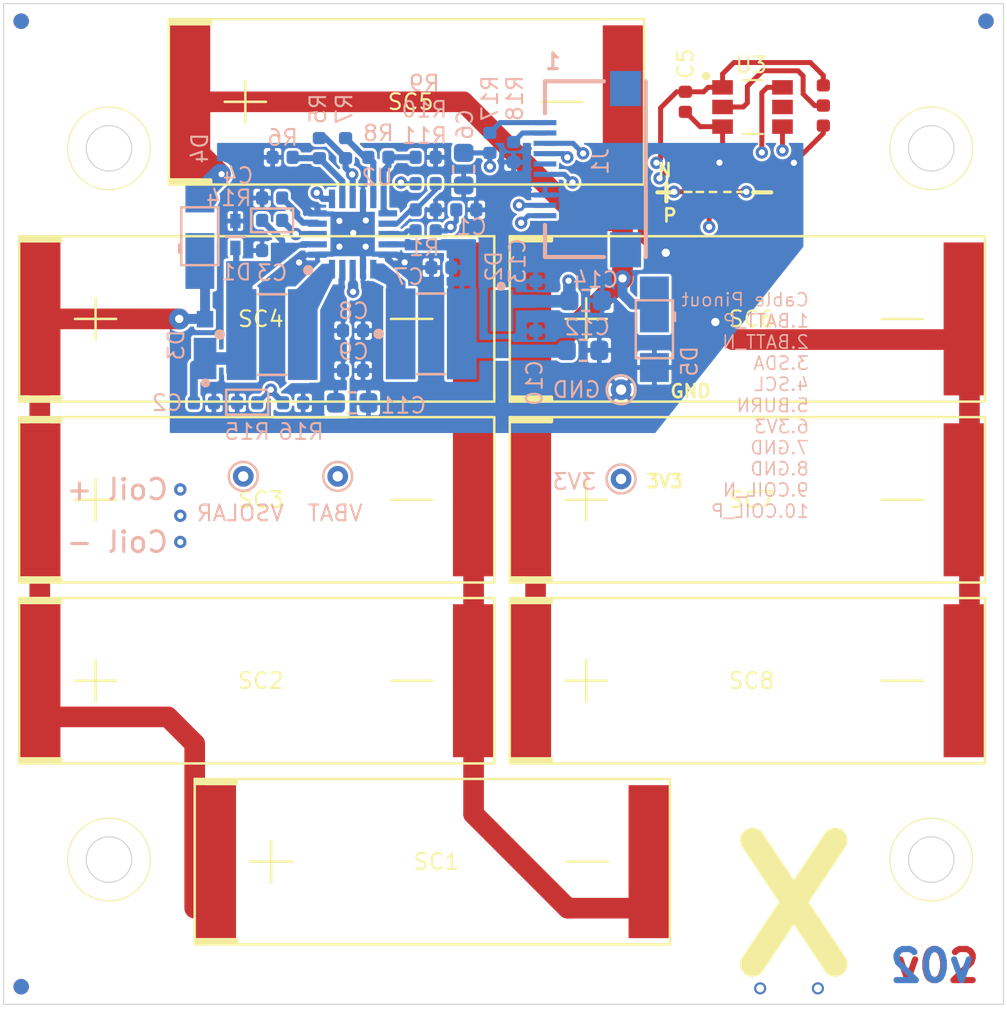
<source format=kicad_pcb>
(kicad_pcb (version 20171130) (host pcbnew 5.0.2-bee76a0~70~ubuntu18.04.1)
  (layers (0 Top signal) (1 In1.Cu signal hide) (2 In2.Cu signal hide) (3 In3.Cu signal hide) (4 In4.Cu signal hide) (31 Bottom signal) (34 B.Paste user hide) (35 F.Paste user hide) (36 B.SilkS user) (37 F.SilkS user) (38 B.Mask user) (39 F.Mask user) (44 Edge.Cuts user))
  (net 0 "")
  (net 1 GND)
  (net 2 +3V3)
  (net 3 SDA1)
  (net 4 SCL1)
  (net 5 "Net-(L1-Pad2)")
  (net 6 VOUT_EN)
  (net 7 VSOLAR)
  (net 8 VBAT_OK)
  (net 9 BATT_N)
  (net 10 BATT_P)
  (net 11 COIL_N)
  (net 12 COIL_P)
  (net 13 "Net-(C4-Pad1)")
  (net 14 "Net-(C10-Pad1)")
  (net 15 "Net-(C11-Pad1)")
  (net 16 "Net-(L2-Pad1)")
  (net 17 "Net-(R10-Pad2)")
  (net 18 "Net-(R5-Pad1)")
  (net 19 "Net-(R7-Pad1)")
  (net 20 "Net-(R8-Pad1)")
  (net 21 "Net-(R10-Pad1)")
  (net 22 "Net-(R14-Pad1)")
  (net 23 "Net-(D4-Pad2)")
  (net 24 "Net-(R12-Pad1)")
  (net 25 /coil)
  (net 26 VBAT)
  (net 27 /VSOLAR_FULL)
  (module Fiducial:Fiducial_0.75mm_Mask1.5mm (layer Bottom) (at 90.85 87.55)
    (fp_text reference REF** hide)
    (fp_text value Fiducial_0.75mm_Mask1.5mm)
    (pad "" smd circle (at 0 0) (size 0.75 0.75) (layers Bottom B.Mask) (clearance 0.375))
  )
  (module Fiducial:Fiducial_0.75mm_Mask1.5mm (layer Bottom) (at 90.85 40.85)
    (fp_text reference REF** hide)
    (fp_text value Fiducial_0.75mm_Mask1.5mm)
    (pad "" smd circle (at 0 0) (size 0.75 0.75) (layers Bottom B.Mask) (clearance 0.375))
  )
  (module Fiducial:Fiducial_0.75mm_Mask1.5mm (layer Bottom) (at 137.55 40.85)
    (fp_text reference REF** hide)
    (fp_text value Fiducial_0.75mm_Mask1.5mm)
    (pad "" smd circle (at 0 0) (size 0.75 0.75) (layers Bottom B.Mask) (clearance 0.375))
  )
  (module Fiducial:Fiducial_0.75mm_Mask1.5mm (layer Top) (at 137.55 40.85)
    (fp_text reference REF** hide)
    (fp_text value Fiducial_0.75mm_Mask1.5mm)
    (pad "" smd circle (at 0 0) (size 0.75 0.75) (layers Top F.Mask) (clearance 0.375))
  )
  (module Fiducial:Fiducial_0.75mm_Mask1.5mm (layer Top) (at 90.85 40.85)
    (fp_text reference REF** hide)
    (fp_text value Fiducial_0.75mm_Mask1.5mm)
    (pad "" smd circle (at 0 0) (size 0.75 0.75) (layers Top F.Mask) (clearance 0.375))
  )
  (module custom-footprints:KXOB25-05X3F (layer Top) (at 100.25 81.5)
    (fp_text reference SC1 (at 10.7 0) (layer F.SilkS) (effects (font (size 0.762 0.762) (thickness 0.1016))))
    (fp_text value SolarCell_Small)
    (pad 2 smd rect (at 21 0) (size 2 7.4) (layers Top F.Paste F.Mask) (net 23 "Net-(D4-Pad2)"))
    (pad 1 smd rect (at 0 0) (size 2 7.4) (layers Top F.Paste F.Mask) (net 27 /VSOLAR_FULL))
  )
  (module custom-footprints:KXOB25-05X3F (layer Top) (at 115.5 72.75)
    (fp_text reference SC8 (at 10.7 0) (layer F.SilkS) (effects (font (size 0.762 0.762) (thickness 0.1016))))
    (fp_text value SolarCell_Small)
    (pad 1 smd rect (at 0 0) (size 2 7.4) (layers Top F.Paste F.Mask) (net 23 "Net-(D4-Pad2)"))
    (pad 2 smd rect (at 21 0) (size 2 7.4) (layers Top F.Paste F.Mask) (net 1 GND))
  )
  (module custom-footprints:KXOB25-05X3F (layer Top) (at 115.5 64)
    (fp_text reference SC7 (at 10.7 0) (layer F.SilkS) (effects (font (size 0.762 0.762) (thickness 0.1016))))
    (fp_text value SolarCell_Small)
    (pad 2 smd rect (at 21 0) (size 2 7.4) (layers Top F.Paste F.Mask) (net 1 GND))
    (pad 1 smd rect (at 0 0) (size 2 7.4) (layers Top F.Paste F.Mask) (net 23 "Net-(D4-Pad2)"))
  )
  (module custom-footprints:KXOB25-05X3F (layer Top) (at 115.5 55.25)
    (fp_text reference SC6 (at 10.7 0) (layer F.SilkS) (effects (font (size 0.762 0.762) (thickness 0.1016))))
    (fp_text value SolarCell_Small)
    (pad 2 smd rect (at 21 0) (size 2 7.4) (layers Top F.Paste F.Mask) (net 1 GND))
    (pad 1 smd rect (at 0 0) (size 2 7.4) (layers Top F.Paste F.Mask) (net 23 "Net-(D4-Pad2)"))
  )
  (module custom-footprints:KXOB25-05X3F (layer Top) (at 99 44.75)
    (fp_text reference SC5 (at 10.7 0) (layer F.SilkS) (effects (font (size 0.762 0.762) (thickness 0.1016))))
    (fp_text value SolarCell_Small)
    (pad 2 smd rect (at 21 0) (size 2 7.4) (layers Top F.Paste F.Mask) (net 1 GND))
    (pad 1 smd rect (at 0 0) (size 2 7.4) (layers Top F.Paste F.Mask) (net 23 "Net-(D4-Pad2)"))
  )
  (module custom-footprints:KXOB25-05X3F (layer Top) (at 91.75 55.25)
    (fp_text reference SC4 (at 10.7 0) (layer F.SilkS) (effects (font (size 0.762 0.762) (thickness 0.1016))))
    (fp_text value SolarCell_Small)
    (pad 2 smd rect (at 21 0) (size 2 7.4) (layers Top F.Paste F.Mask) (net 23 "Net-(D4-Pad2)"))
    (pad 1 smd rect (at 0 0) (size 2 7.4) (layers Top F.Paste F.Mask) (net 27 /VSOLAR_FULL))
  )
  (module custom-footprints:KXOB25-05X3F (layer Top) (at 91.75 64)
    (fp_text reference SC3 (at 10.7 0) (layer F.SilkS) (effects (font (size 0.762 0.762) (thickness 0.1016))))
    (fp_text value SolarCell_Small)
    (pad 2 smd rect (at 21 0) (size 2 7.4) (layers Top F.Paste F.Mask) (net 23 "Net-(D4-Pad2)"))
    (pad 1 smd rect (at 0 0) (size 2 7.4) (layers Top F.Paste F.Mask) (net 27 /VSOLAR_FULL))
  )
  (module custom-footprints:KXOB25-05X3F (layer Top) (at 91.75 72.75)
    (fp_text reference SC2 (at 10.7 0) (layer F.SilkS) (effects (font (size 0.762 0.762) (thickness 0.1016))))
    (fp_text value SolarCell_Small)
    (pad 2 smd rect (at 21 0) (size 2 7.4) (layers Top F.Paste F.Mask) (net 23 "Net-(D4-Pad2)"))
    (pad 1 smd rect (at 0 0) (size 2 7.4) (layers Top F.Paste F.Mask) (net 27 /VSOLAR_FULL))
  )
  (module TestPoint:TestPoint_THTPad_D1.0mm_Drill0.5mm (layer Bottom) (at 101.6 62.865)
    (fp_text reference TP4 hide)
    (fp_text value TP)
    (pad 1 thru_hole circle (at 0 0) (size 1 1) (drill 0.5) (layers *.Cu *.Mask) (net 27 /VSOLAR_FULL))
  )
  (module TestPoint:TestPoint_THTPad_D1.0mm_Drill0.5mm (layer Bottom) (at 106.172 62.865)
    (fp_text reference TP3 hide)
    (fp_text value TP)
    (pad 1 thru_hole circle (at 0 0) (size 1 1) (drill 0.5) (layers *.Cu *.Mask) (net 26 VBAT))
  )
  (module TestPoint:TestPoint_THTPad_D1.0mm_Drill0.5mm (layer Bottom) (at 119.888 58.674)
    (fp_text reference TP2 hide)
    (fp_text value TP)
    (pad 1 thru_hole circle (at 0 0) (size 1 1) (drill 0.5) (layers *.Cu *.Mask) (net 1 GND))
  )
  (module TestPoint:TestPoint_THTPad_D1.0mm_Drill0.5mm (layer Bottom) (at 119.888 62.992)
    (fp_text reference TP1 hide)
    (fp_text value TP)
    (pad 1 thru_hole circle (at 0 0) (size 1 1) (drill 0.5) (layers *.Cu *.Mask) (net 2 +3V3))
  )
  (module custom-footprints:TSL2561 (layer Top) (at 126.25 45)
    (fp_text reference U3 (at -0.0635 -2.032) (layer F.SilkS) (effects (font (size 0.762 0.762) (thickness 0.1016))))
    (fp_text value TSL2561 hide)
    (pad 6 smd rect (at 1.45 -0.95 90) (size 0.7 1) (layers Top F.Paste F.Mask) (net 3 SDA1))
    (pad 5 smd rect (at 1.45 0 90) (size 0.7 1) (layers Top F.Paste F.Mask))
    (pad 4 smd rect (at 1.45 0.95 90) (size 0.7 1) (layers Top F.Paste F.Mask) (net 4 SCL1))
    (pad 3 smd rect (at -1.45 0.95 90) (size 0.7 1) (layers Top F.Paste F.Mask) (net 1 GND))
    (pad 2 smd rect (at -1.45 0 90) (size 0.7 1) (layers Top F.Paste F.Mask) (net 24 "Net-(R12-Pad1)"))
    (pad 1 smd rect (at -1.45 -0.95 90) (size 0.7 1) (layers Top F.Paste F.Mask) (net 2 +3V3))
  )
  (module Capacitor_SMD:C_0603_1608Metric (layer Bottom) (at 112.268 48.006 270)
    (fp_text reference C6 (at -2.159 -0.0635 270) (layer B.SilkS) (effects (font (size 0.762 0.762) (thickness 0.1016)) (justify mirror)))
    (fp_text value 100uF)
    (pad 1 smd roundrect (at -0.7875 0 270) (size 0.875 0.95) (layers Bottom B.Paste B.Mask) (net 26 VBAT))
    (pad 2 smd roundrect (at 0.7875 0 270) (size 0.875 0.95) (layers Bottom B.Paste B.Mask) (net 1 GND))
  )
  (module Capacitor_SMD:C_0402_1005Metric (layer Bottom) (at 106.91366 57.748656)
    (fp_text reference C9 (at 0.02034 -0.916156) (layer B.SilkS) (effects (font (size 0.762 0.762) (thickness 0.1016)) (justify mirror)))
    (fp_text value 0.1uF)
    (pad 2 smd roundrect (at 0.485 0) (size 0.59 0.64) (layers Bottom B.Paste B.Mask) (net 1 GND))
    (pad 1 smd roundrect (at -0.485 0) (size 0.59 0.64) (layers Bottom B.Paste B.Mask) (net 15 "Net-(C11-Pad1)"))
  )
  (module Capacitor_SMD:C_0603_1608Metric (layer Bottom) (at 118.1735 54.356)
    (fp_text reference C14 (at 0.4765 -1.006 180) (layer B.SilkS) (effects (font (size 0.762 0.762) (thickness 0.1016)) (justify mirror)))
    (fp_text value 100uF)
    (pad 2 smd roundrect (at 0.7875 0) (size 0.875 0.95) (layers Bottom B.Paste B.Mask) (net 1 GND))
    (pad 1 smd roundrect (at -0.7875 0) (size 0.875 0.95) (layers Bottom B.Paste B.Mask) (net 2 +3V3))
  )
  (module misc-circuits:SOD523 (layer Bottom) (at 101.219 51.216 90)
    (fp_text reference D1 (at -1.334 -0.769 180) (layer B.SilkS) (effects (font (size 0.762 0.762) (thickness 0.1016)) (justify right top mirror)))
    (fp_text value SDM20U40-7)
    (pad A smd rect (at 0.7 0 90) (size 0.7 0.5) (layers Bottom B.Paste B.Mask) (net 1 GND))
    (pad C smd rect (at -0.6 0 90) (size 0.7 0.5) (layers Bottom B.Paste B.Mask) (net 7 VSOLAR))
  )
  (module misc-circuits:QFN50P350X350X100-21N-D (layer Bottom) (at 106.89366 51.144656)
    (fp_text reference U2 (at 1.18334 -2.757656) (layer B.SilkS) (effects (font (size 0.762 0.762) (thickness 0.1016)) (justify mirror)))
    (fp_text value Value hide)
    (pad 1 smd rect (at -1.7 1 270) (size 0.3 0.9) (layers Bottom B.Paste B.Mask) (net 1 GND))
    (pad 2 smd rect (at -1.7 0.5 270) (size 0.3 0.9) (layers Bottom B.Paste B.Mask) (net 7 VSOLAR))
    (pad 3 smd rect (at -1.7 0 270) (size 0.3 0.9) (layers Bottom B.Paste B.Mask) (net 22 "Net-(R14-Pad1)"))
    (pad 4 smd rect (at -1.7 -0.5 270) (size 0.3 0.9) (layers Bottom B.Paste B.Mask) (net 13 "Net-(C4-Pad1)"))
    (pad 5 smd rect (at -1.7 -1 270) (size 0.3 0.9) (layers Bottom B.Paste B.Mask) (net 1 GND))
    (pad 6 smd rect (at -1 -1.7) (size 0.3 0.9) (layers Bottom B.Paste B.Mask) (net 6 VOUT_EN))
    (pad 7 smd rect (at -0.5 -1.7) (size 0.3 0.9) (layers Bottom B.Paste B.Mask) (net 18 "Net-(R5-Pad1)"))
    (pad 8 smd rect (at 0 -1.7) (size 0.3 0.9) (layers Bottom B.Paste B.Mask) (net 17 "Net-(R10-Pad2)"))
    (pad 9 smd rect (at 0.5 -1.7) (size 0.3 0.9) (layers Bottom B.Paste B.Mask) (net 1 GND))
    (pad 10 smd rect (at 1 -1.7) (size 0.3 0.9) (layers Bottom B.Paste B.Mask) (net 19 "Net-(R7-Pad1)"))
    (pad 11 smd rect (at 1.7 -1 270) (size 0.3 0.9) (layers Bottom B.Paste B.Mask) (net 20 "Net-(R8-Pad1)"))
    (pad 12 smd rect (at 1.7 -0.5 270) (size 0.3 0.9) (layers Bottom B.Paste B.Mask) (net 21 "Net-(R10-Pad1)"))
    (pad 13 smd rect (at 1.7 0 270) (size 0.3 0.9) (layers Bottom B.Paste B.Mask) (net 8 VBAT_OK))
    (pad 14 smd rect (at 1.7 0.5 270) (size 0.3 0.9) (layers Bottom B.Paste B.Mask) (net 14 "Net-(C10-Pad1)"))
    (pad 15 smd rect (at 1.7 1 270) (size 0.3 0.9) (layers Bottom B.Paste B.Mask) (net 1 GND))
    (pad 16 smd rect (at 1 1.7) (size 0.3 0.9) (layers Bottom B.Paste B.Mask) (net 16 "Net-(L2-Pad1)"))
    (pad 17 smd rect (at 0.5 1.7) (size 0.3 0.9) (layers Bottom B.Paste B.Mask) (net 1 GND))
    (pad 18 smd rect (at 0 1.7) (size 0.3 0.9) (layers Bottom B.Paste B.Mask) (net 26 VBAT))
    (pad 19 smd rect (at -0.5 1.7) (size 0.3 0.9) (layers Bottom B.Paste B.Mask) (net 15 "Net-(C11-Pad1)"))
    (pad 20 smd rect (at -1 1.7) (size 0.3 0.9) (layers Bottom B.Paste B.Mask) (net 5 "Net-(L1-Pad2)"))
    (pad 21 smd rect (at 0 0) (size 2.15 2.15) (layers Bottom B.Paste B.Mask) (net 1 GND))
  )
  (module Resistor_SMD:R_0402_1005Metric (layer Top) (at 124.6215 48.411 180)
    (fp_text reference R19 hide)
    (fp_text value 0)
    (pad 2 smd roundrect (at 0.485 0 180) (size 0.59 0.64) (layers Top F.Paste F.Mask) (net 11 COIL_N))
    (pad 1 smd roundrect (at -0.485 0 180) (size 0.59 0.64) (layers Top F.Paste F.Mask) (net 25 /coil))
  )
  (module Resistor_SMD:R_0402_1005Metric (layer Top) (at 123.65122 48.411 180)
    (fp_text reference R4 hide)
    (fp_text value 0)
    (pad 2 smd roundrect (at 0.485 0 180) (size 0.59 0.64) (layers Top F.Paste F.Mask) (net 25 /coil))
    (pad 1 smd roundrect (at -0.485 0 180) (size 0.59 0.64) (layers Top F.Paste F.Mask) (net 11 COIL_N))
  )
  (module Resistor_SMD:R_0402_1005Metric (layer Top) (at 124.6215 49.808 180)
    (fp_text reference R3 hide)
    (fp_text value 0)
    (pad 2 smd roundrect (at 0.485 0 180) (size 0.59 0.64) (layers Top F.Paste F.Mask) (net 12 COIL_P))
    (pad 1 smd roundrect (at -0.485 0 180) (size 0.59 0.64) (layers Top F.Paste F.Mask) (net 25 /coil))
  )
  (module Resistor_SMD:R_0402_1005Metric (layer Top) (at 123.65122 49.808 180)
    (fp_text reference R2 hide)
    (fp_text value 0)
    (pad 2 smd roundrect (at 0.485 0 180) (size 0.59 0.64) (layers Top F.Paste F.Mask) (net 25 /coil))
    (pad 1 smd roundrect (at -0.485 0 180) (size 0.59 0.64) (layers Top F.Paste F.Mask) (net 12 COIL_P))
  )
  (module custom-footprints:MICROSMP (layer Bottom) (at 99.75 56.515 90)
    (fp_text reference D3 (at 0 -1.397 270) (layer B.SilkS) (effects (font (size 0.762 0.762) (thickness 0.1016)) (justify mirror)))
    (fp_text value MSS1P4-M3_89A hide)
    (pad 1 smd rect (at -0.65 0) (size 1.1 2) (layers Bottom B.Paste B.Mask) (net 7 VSOLAR))
    (pad 2 smd rect (at 1.25 0) (size 0.8 0.8) (layers Bottom B.Paste B.Mask) (net 27 /VSOLAR_FULL))
  )
  (module Resistor_SMD:R_0402_1005Metric (layer Top) (at 129.677 45.416 90)
    (fp_text reference R13 hide)
    (fp_text value 0)
    (pad 2 smd roundrect (at 0.485 0 90) (size 0.59 0.64) (layers Top F.Paste F.Mask) (net 24 "Net-(R12-Pad1)"))
    (pad 1 smd roundrect (at -0.485 0 90) (size 0.59 0.64) (layers Top F.Paste F.Mask) (net 1 GND))
  )
  (module Resistor_SMD:R_0402_1005Metric (layer Top) (at 129.677 44.4405 90)
    (fp_text reference R12 hide)
    (fp_text value 0)
    (pad 2 smd roundrect (at 0.485 0 90) (size 0.59 0.64) (layers Top F.Paste F.Mask) (net 2 +3V3))
    (pad 1 smd roundrect (at -0.485 0 90) (size 0.59 0.64) (layers Top F.Paste F.Mask) (net 24 "Net-(R12-Pad1)"))
  )
  (module Capacitor_SMD:C_0402_1005Metric (layer Top) (at 123 44.75 90)
    (fp_text reference C5 (at 1.8415 0 90) (layer F.SilkS) (effects (font (size 0.762 0.762) (thickness 0.1016))))
    (fp_text value 0.1uF)
    (pad 2 smd roundrect (at 0.485 0 90) (size 0.59 0.64) (layers Top F.Paste F.Mask) (net 2 +3V3))
    (pad 1 smd roundrect (at -0.485 0 90) (size 0.59 0.64) (layers Top F.Paste F.Mask) (net 1 GND))
  )
  (module "SolarCellParts:SB Diode" (layer Bottom) (at 99.5 51.25 90)
    (fp_text reference D4 (at 4.25 0 90) (layer B.SilkS) (effects (font (size 0.762 0.762) (thickness 0.1016)) (justify mirror)))
    (fp_text value SBDiode)
    (pad 2 smd rect (at 1.85 0 90) (size 1.4 1.4) (layers Bottom B.Paste B.Mask) (net 23 "Net-(D4-Pad2)"))
    (pad 1 smd rect (at -1.2 0 90) (size 2.7 1.4) (layers Bottom B.Paste B.Mask) (net 27 /VSOLAR_FULL))
  )
  (module "SolarCellParts:SB Diode" (layer Bottom) (at 121.5 55.75 270)
    (fp_text reference D5 (at 1.55 -1.7 270) (layer B.SilkS) (effects (font (size 0.762 0.762) (thickness 0.1016)) (justify mirror)))
    (fp_text value SBDiode)
    (pad 2 smd rect (at 1.85 0 270) (size 1.4 1.4) (layers Bottom B.Paste B.Mask) (net 1 GND))
    (pad 1 smd rect (at -1.2 0 270) (size 2.7 1.4) (layers Bottom B.Paste B.Mask) (net 23 "Net-(D4-Pad2)"))
  )
  (module custom-footprints:MICROSMP (layer Bottom) (at 114.1095 55.499 270)
    (fp_text reference D2 (at -2.794 0.381 270) (layer B.SilkS) (effects (font (size 0.762 0.762) (thickness 0.1016)) (justify mirror)))
    (fp_text value MSS1P4-M3_89A hide)
    (pad 2 smd rect (at 1.25 0 180) (size 0.8 0.8) (layers Bottom B.Paste B.Mask) (net 14 "Net-(C10-Pad1)"))
    (pad 1 smd rect (at -0.65 0 180) (size 1.1 2) (layers Bottom B.Paste B.Mask) (net 2 +3V3))
  )
  (module Resistor_SMD:R_0402_1005Metric (layer Bottom) (at 103.505 47.4345)
    (fp_text reference R6 (at 0 -0.9525 180) (layer B.SilkS) (effects (font (size 0.762 0.762) (thickness 0.1016)) (justify mirror)))
    (fp_text value 5.62M)
    (pad 2 smd roundrect (at 0.485 0) (size 0.59 0.64) (layers Bottom B.Paste B.Mask) (net 18 "Net-(R5-Pad1)"))
    (pad 1 smd roundrect (at -0.485 0) (size 0.59 0.64) (layers Bottom B.Paste B.Mask) (net 1 GND))
  )
  (module Resistor_SMD:R_0402_1005Metric (layer Bottom) (at 105.283 46.99 90)
    (fp_text reference R5 (at 1.905 -0.0635 270) (layer B.SilkS) (effects (font (size 0.762 0.762) (thickness 0.1016)) (justify mirror)))
    (fp_text value 7.32M)
    (pad 2 smd roundrect (at 0.485 0 90) (size 0.59 0.64) (layers Bottom B.Paste B.Mask) (net 17 "Net-(R10-Pad2)"))
    (pad 1 smd roundrect (at -0.485 0 90) (size 0.59 0.64) (layers Bottom B.Paste B.Mask) (net 18 "Net-(R5-Pad1)"))
  )
  (module Resistor_SMD:R_0402_1005Metric (layer Bottom) (at 104.013 59.309 180)
    (fp_text reference R16 (at -0.381 -1.397) (layer B.SilkS) (effects (font (size 0.762 0.762) (thickness 0.1016)) (justify mirror)))
    (fp_text value 0)
    (pad 2 smd roundrect (at 0.485 0 180) (size 0.59 0.64) (layers Bottom B.Paste B.Mask) (net 22 "Net-(R14-Pad1)"))
    (pad 1 smd roundrect (at -0.485 0 180) (size 0.59 0.64) (layers Bottom B.Paste B.Mask) (net 15 "Net-(C11-Pad1)"))
  )
  (module Capacitor_SMD:C_0402_1005Metric (layer Bottom) (at 106.91366 55.8165)
    (fp_text reference C8 (at 0.02034 -0.9525) (layer B.SilkS) (effects (font (size 0.762 0.762) (thickness 0.1016)) (justify mirror)))
    (fp_text value 4.7uF)
    (pad 2 smd roundrect (at 0.485 0) (size 0.59 0.64) (layers Bottom B.Paste B.Mask) (net 1 GND))
    (pad 1 smd roundrect (at -0.485 0) (size 0.59 0.64) (layers Bottom B.Paste B.Mask) (net 15 "Net-(C11-Pad1)"))
  )
  (module custom-footprints:XF2M-1015-1A (layer Bottom) (at 116.205 48.006 270)
    (fp_text reference J1 (at -0.37186 -2.68404 90) (layer B.SilkS) (effects (font (size 0.762 0.762) (thickness 0.1016)) (justify mirror)))
    (fp_text value XF2M-1015-1A hide)
    (pad 1 smd rect (at -2.25 0 270) (size 0.25 1.1) (layers Bottom B.Paste B.Mask) (net 10 BATT_P))
    (pad 2 smd rect (at -1.75 0 270) (size 0.25 1.1) (layers Bottom B.Paste B.Mask) (net 9 BATT_N))
    (pad 3 smd rect (at -1.25 0 270) (size 0.25 1.1) (layers Bottom B.Paste B.Mask) (net 3 SDA1))
    (pad 4 smd rect (at -0.75 0 270) (size 0.25 1.1) (layers Bottom B.Paste B.Mask) (net 4 SCL1))
    (pad 5 smd rect (at -0.25 0 270) (size 0.25 1.1) (layers Bottom B.Paste B.Mask))
    (pad 6 smd rect (at 0.25 0 270) (size 0.25 1.1) (layers Bottom B.Paste B.Mask) (net 2 +3V3))
    (pad 7 smd rect (at 0.75 0 270) (size 0.25 1.1) (layers Bottom B.Paste B.Mask) (net 1 GND))
    (pad 8 smd rect (at 1.25 0 270) (size 0.25 1.1) (layers Bottom B.Paste B.Mask) (net 1 GND))
    (pad 9 smd rect (at 1.75 0 270) (size 0.25 1.1) (layers Bottom B.Paste B.Mask) (net 11 COIL_N))
    (pad 10 smd rect (at 2.25 0 270) (size 0.25 1.1) (layers Bottom B.Paste B.Mask) (net 12 COIL_P))
    (pad 11 smd rect (at -3.9 -3.9 180) (size 1.5 1.7) (layers Bottom B.Paste B.Mask))
    (pad 12 smd rect (at 3.9 -3.9 180) (size 1.5 1.7) (layers Bottom B.Paste B.Mask))
  )
  (module Capacitor_SMD:C_0603_1608Metric (layer Bottom) (at 118.0465 56.769)
    (fp_text reference C12 (at 0.2035 -1.119 180) (layer B.SilkS) (effects (font (size 0.762 0.762) (thickness 0.1016)) (justify mirror)))
    (fp_text value 100uF)
    (pad 2 smd roundrect (at 0.7875 0) (size 0.875 0.95) (layers Bottom B.Paste B.Mask) (net 1 GND))
    (pad 1 smd roundrect (at -0.7875 0) (size 0.875 0.95) (layers Bottom B.Paste B.Mask) (net 14 "Net-(C10-Pad1)"))
  )
  (module Capacitor_SMD:C_0402_1005Metric (layer Bottom) (at 115.7605 53.9115 90)
    (fp_text reference C13 (at 1.4605 -0.889 90) (layer B.SilkS) (effects (font (size 0.762 0.762) (thickness 0.1016)) (justify mirror)))
    (fp_text value 0.1uF)
    (pad 2 smd roundrect (at 0.485 0 90) (size 0.59 0.64) (layers Bottom B.Paste B.Mask) (net 1 GND))
    (pad 1 smd roundrect (at -0.485 0 90) (size 0.59 0.64) (layers Bottom B.Paste B.Mask) (net 2 +3V3))
  )
  (module Resistor_SMD:R_0402_1005Metric (layer Bottom) (at 106.553 46.99 270)
    (fp_text reference R7 (at -1.905 0.0635 270) (layer B.SilkS) (effects (font (size 0.762 0.762) (thickness 0.1016)) (justify mirror)))
    (fp_text value 374K)
    (pad 2 smd roundrect (at 0.485 0 270) (size 0.59 0.64) (layers Bottom B.Paste B.Mask) (net 17 "Net-(R10-Pad2)"))
    (pad 1 smd roundrect (at -0.485 0 270) (size 0.59 0.64) (layers Bottom B.Paste B.Mask) (net 19 "Net-(R7-Pad1)"))
  )
  (module Resistor_SMD:R_0402_1005Metric (layer Bottom) (at 110.4265 49.9745 180)
    (fp_text reference R11 (at 0.0635 3.583) (layer B.SilkS) (effects (font (size 0.762 0.762) (thickness 0.1016)) (justify mirror)))
    (fp_text value 4.75M)
    (pad 2 smd roundrect (at 0.485 0 180) (size 0.59 0.64) (layers Bottom B.Paste B.Mask) (net 21 "Net-(R10-Pad1)"))
    (pad 1 smd roundrect (at -0.485 0 180) (size 0.59 0.64) (layers Bottom B.Paste B.Mask) (net 1 GND))
  )
  (module Resistor_SMD:R_0402_1005Metric (layer Bottom) (at 110.4265 47.4345 180)
    (fp_text reference R9 (at 0.0635 3.583) (layer B.SilkS) (effects (font (size 0.762 0.762) (thickness 0.1016)) (justify mirror)))
    (fp_text value 4.53M)
    (pad 2 smd roundrect (at 0.485 0 180) (size 0.59 0.64) (layers Bottom B.Paste B.Mask) (net 20 "Net-(R8-Pad1)"))
    (pad 1 smd roundrect (at -0.485 0 180) (size 0.59 0.64) (layers Bottom B.Paste B.Mask) (net 1 GND))
  )
  (module Resistor_SMD:R_0402_1005Metric (layer Bottom) (at 110.4265 48.7045 180)
    (fp_text reference R10 (at 0.0635 3.583) (layer B.SilkS) (effects (font (size 0.762 0.762) (thickness 0.1016)) (justify mirror)))
    (fp_text value 8.25M)
    (pad 2 smd roundrect (at 0.485 0 180) (size 0.59 0.64) (layers Bottom B.Paste B.Mask) (net 17 "Net-(R10-Pad2)"))
    (pad 1 smd roundrect (at -0.485 0 180) (size 0.59 0.64) (layers Bottom B.Paste B.Mask) (net 21 "Net-(R10-Pad1)"))
  )
  (module Resistor_SMD:R_0402_1005Metric (layer Bottom) (at 108.1405 47.4345 180)
    (fp_text reference R8 (at 0 1.17) (layer B.SilkS) (effects (font (size 0.762 0.762) (thickness 0.1016)) (justify mirror)))
    (fp_text value 8.25M)
    (pad 2 smd roundrect (at 0.485 0 180) (size 0.59 0.64) (layers Bottom B.Paste B.Mask) (net 19 "Net-(R7-Pad1)"))
    (pad 1 smd roundrect (at -0.485 0 180) (size 0.59 0.64) (layers Bottom B.Paste B.Mask) (net 20 "Net-(R8-Pad1)"))
  )
  (module Resistor_SMD:R_0402_1005Metric (layer Bottom) (at 102.997 50.4825 180)
    (fp_text reference R14 (at 2.0955 1.0795) (layer B.SilkS) (effects (font (size 0.762 0.762) (thickness 0.1016)) (justify mirror)))
    (fp_text value 0)
    (pad 2 smd roundrect (at 0.485 0 180) (size 0.59 0.64) (layers Bottom B.Paste B.Mask) (net 7 VSOLAR))
    (pad 1 smd roundrect (at -0.485 0 180) (size 0.59 0.64) (layers Bottom B.Paste B.Mask) (net 22 "Net-(R14-Pad1)"))
  )
  (module Resistor_SMD:R_0402_1005Metric (layer Bottom) (at 101.7905 59.309)
    (fp_text reference R15 (at 0 1.397 180) (layer B.SilkS) (effects (font (size 0.762 0.762) (thickness 0.1016)) (justify mirror)))
    (fp_text value 0)
    (pad 2 smd roundrect (at 0.485 0) (size 0.59 0.64) (layers Bottom B.Paste B.Mask) (net 22 "Net-(R14-Pad1)"))
    (pad 1 smd roundrect (at -0.485 0) (size 0.59 0.64) (layers Bottom B.Paste B.Mask) (net 1 GND))
  )
  (module Resistor_SMD:R_0402_1005Metric (layer Bottom) (at 113.538 46.736 270)
    (fp_text reference R17 (at -2.159 0 90) (layer B.SilkS) (effects (font (size 0.762 0.762) (thickness 0.1016)) (justify mirror)))
    (fp_text value 0)
    (pad 1 smd roundrect (at -0.485 0 270) (size 0.59 0.64) (layers Bottom B.Paste B.Mask) (net 10 BATT_P))
    (pad 2 smd roundrect (at 0.485 0 270) (size 0.59 0.64) (layers Bottom B.Paste B.Mask) (net 26 VBAT))
  )
  (module Resistor_SMD:R_0402_1005Metric (layer Bottom) (at 114.681 47.1805 270)
    (fp_text reference R18 (at -2.6035 -0.0635 270) (layer B.SilkS) (effects (font (size 0.762 0.762) (thickness 0.1016)) (justify mirror)))
    (fp_text value 0)
    (pad 2 smd roundrect (at 0.485 0 270) (size 0.59 0.64) (layers Bottom B.Paste B.Mask) (net 1 GND))
    (pad 1 smd roundrect (at -0.485 0 270) (size 0.59 0.64) (layers Bottom B.Paste B.Mask) (net 9 BATT_N))
  )
  (module Resistor_SMD:R_0402_1005Metric (layer Bottom) (at 110.4265 50.9905)
    (fp_text reference R1 (at -0.0635 0.8255) (layer B.SilkS) (effects (font (size 0.762 0.762) (thickness 0.1016)) (justify mirror)))
    (fp_text value 0)
    (pad 2 smd roundrect (at 0.485 0) (size 0.59 0.64) (layers Bottom B.Paste B.Mask) (net 6 VOUT_EN))
    (pad 1 smd roundrect (at -0.485 0) (size 0.59 0.64) (layers Bottom B.Paste B.Mask) (net 8 VBAT_OK))
  )
  (module misc-circuits:LPS4018 (layer Bottom) (at 110.69574 55.97398)
    (fp_text reference L2 hide)
    (fp_text value 10uH-LPS4018-103MR hide)
    (pad 2 smd rect (at 1.47955 0) (size 1.4351 4.3942) (layers Bottom B.Paste B.Mask) (net 14 "Net-(C10-Pad1)"))
    (pad 1 smd rect (at -1.47955 0) (size 1.4351 4.3942) (layers Bottom B.Paste B.Mask) (net 16 "Net-(L2-Pad1)"))
  )
  (module misc-circuits:LPS4018 (layer Bottom) (at 103 56.007)
    (fp_text reference L1 hide)
    (fp_text value 22uH-LPS4018-223MR hide)
    (pad 1 smd rect (at -1.47955 0) (size 1.4351 4.3942) (layers Bottom B.Paste B.Mask) (net 7 VSOLAR))
    (pad 2 smd rect (at 1.47955 0) (size 1.4351 4.3942) (layers Bottom B.Paste B.Mask) (net 5 "Net-(L1-Pad2)"))
  )
  (module Capacitor_SMD:C_0603_1608Metric (layer Bottom) (at 106.8705 59.309)
    (fp_text reference C11 (at 2.4765 0.127) (layer B.SilkS) (effects (font (size 0.762 0.762) (thickness 0.1016)) (justify mirror)))
    (fp_text value 100uF)
    (pad 2 smd roundrect (at 0.7875 0) (size 0.875 0.95) (layers Bottom B.Paste B.Mask) (net 1 GND))
    (pad 1 smd roundrect (at -0.7875 0) (size 0.875 0.95) (layers Bottom B.Paste B.Mask) (net 15 "Net-(C11-Pad1)"))
  )
  (module Capacitor_SMD:C_0402_1005Metric (layer Bottom) (at 111.1885 52.7685 180)
    (fp_text reference C7 (at 1.5875 -0.4445) (layer B.SilkS) (effects (font (size 0.762 0.762) (thickness 0.1016)) (justify mirror)))
    (fp_text value 22uF)
    (pad 2 smd roundrect (at 0.485 0 180) (size 0.59 0.64) (layers Bottom B.Paste B.Mask) (net 1 GND))
    (pad 1 smd roundrect (at -0.485 0 180) (size 0.59 0.64) (layers Bottom B.Paste B.Mask) (net 14 "Net-(C10-Pad1)"))
  )
  (module Capacitor_SMD:C_0402_1005Metric (layer Bottom) (at 102.997 49.403 180)
    (fp_text reference C4 (at 1.651 1.0795) (layer B.SilkS) (effects (font (size 0.762 0.762) (thickness 0.1016)) (justify mirror)))
    (fp_text value 10nF)
    (pad 2 smd roundrect (at 0.485 0 180) (size 0.59 0.64) (layers Bottom B.Paste B.Mask) (net 1 GND))
    (pad 1 smd roundrect (at -0.485 0 180) (size 0.59 0.64) (layers Bottom B.Paste B.Mask) (net 13 "Net-(C4-Pad1)"))
  )
  (module Capacitor_SMD:C_0402_1005Metric (layer Bottom) (at 99.695 59.309)
    (fp_text reference C2 (at -1.778 0 180) (layer B.SilkS) (effects (font (size 0.762 0.762) (thickness 0.1016)) (justify mirror)))
    (fp_text value 0.1uF)
    (pad 2 smd roundrect (at 0.485 0) (size 0.59 0.64) (layers Bottom B.Paste B.Mask) (net 1 GND))
    (pad 1 smd roundrect (at -0.485 0) (size 0.59 0.64) (layers Bottom B.Paste B.Mask) (net 7 VSOLAR))
  )
  (module Capacitor_SMD:C_0402_1005Metric (layer Bottom) (at 115.7605 56.3245 90)
    (fp_text reference C10 (at -2.0255 -0.0605 270) (layer B.SilkS) (effects (font (size 0.762 0.762) (thickness 0.1016)) (justify mirror)))
    (fp_text value 0.1uF)
    (pad 2 smd roundrect (at 0.485 0 90) (size 0.59 0.64) (layers Bottom B.Paste B.Mask) (net 1 GND))
    (pad 1 smd roundrect (at -0.485 0 90) (size 0.59 0.64) (layers Bottom B.Paste B.Mask) (net 14 "Net-(C10-Pad1)"))
  )
  (module Capacitor_SMD:C_0402_1005Metric (layer Bottom) (at 102.997 51.943 180)
    (fp_text reference C3 (at 0 -1.0795) (layer B.SilkS) (effects (font (size 0.762 0.762) (thickness 0.1016)) (justify mirror)))
    (fp_text value 4.7uF)
    (pad 2 smd roundrect (at 0.485 0 180) (size 0.59 0.64) (layers Bottom B.Paste B.Mask) (net 1 GND))
    (pad 1 smd roundrect (at -0.485 0 180) (size 0.59 0.64) (layers Bottom B.Paste B.Mask) (net 7 VSOLAR))
  )
  (module Capacitor_SMD:C_0402_1005Metric (layer Bottom) (at 112.395 49.9745)
    (fp_text reference C1 (at 0.255 0.8255) (layer B.SilkS) (effects (font (size 0.762 0.762) (thickness 0.1016)) (justify mirror)))
    (fp_text value 1.0uF)
    (pad 2 smd roundrect (at 0.485 0) (size 0.59 0.64) (layers Bottom B.Paste B.Mask) (net 1 GND))
    (pad 1 smd roundrect (at -0.485 0) (size 0.59 0.64) (layers Bottom B.Paste B.Mask) (net 6 VOUT_EN))
  )
  (module Fiducial:Fiducial_0.75mm_Mask1.5mm (layer Top) (at 90.85 87.55)
    (fp_text reference REF** hide)
    (fp_text value Fiducial_0.75mm_Mask1.5mm)
    (pad "" smd circle (at 0 0) (size 0.75 0.75) (layers Top F.Mask) (clearance 0.375))
  )
  (gr_text X (at 128.25 83.75) (layer F.SilkS) (effects (font (size 6 6) (thickness 1.2))))
  (gr_line (start 100.7618 51.2826) (end 101.6762 51.2826) (layer B.SilkS) (width 0.12))
  (gr_text 1 (at 117.05 42.8) (layer B.SilkS) (effects (font (size 0.762 0.762) (thickness 0.1524)) (justify left mirror)))
  (gr_text 3V3 (at 118.745 63.119) (layer B.SilkS) (effects (font (size 0.762 0.762) (thickness 0.1016)) (justify left mirror)))
  (gr_text VBAT (at 107.442 64.643) (layer B.SilkS) (effects (font (size 0.762 0.762) (thickness 0.1016)) (justify left mirror)))
  (gr_text VSOLAR (at 103.632 64.643) (layer B.SilkS) (effects (font (size 0.762 0.762) (thickness 0.1016)) (justify left mirror)))
  (gr_text GND (at 118.962715 58.674) (layer B.SilkS) (effects (font (size 0.762 0.762) (thickness 0.1016)) (justify left mirror)))
  (gr_text "Cable Pinout\n1.BATT_P\n2.BATT_N\n3.SDA\n4.SCL\n5.BURN\n6.3V3\n7.GND\n8.GND\n9.COIL_N\n10.COIL_P" (at 129.032 59.436) (layer B.SilkS) (effects (font (size 0.635 0.635) (thickness 0.0762)) (justify left mirror)))
  (gr_line (start 104.013 51.054) (end 101.981 51.054) (layer B.SilkS) (width 0.12))
  (gr_line (start 104.013 49.911) (end 104.013 51.054) (layer B.SilkS) (width 0.12))
  (gr_line (start 101.981 49.911) (end 104.013 49.911) (layer B.SilkS) (width 0.12))
  (gr_line (start 101.981 51.054) (end 101.981 49.911) (layer B.SilkS) (width 0.12))
  (gr_line (start 102.8065 59.8805) (end 100.7745 59.8805) (layer B.SilkS) (width 0.12))
  (gr_line (start 102.8065 58.674) (end 102.8065 59.8805) (layer B.SilkS) (width 0.12))
  (gr_line (start 100.7745 58.674) (end 102.8065 58.674) (layer B.SilkS) (width 0.12))
  (gr_line (start 100.7745 59.8805) (end 100.7745 58.674) (layer B.SilkS) (width 0.12))
  (gr_text v02 (at 134.9375 86.5505) (layer Bottom) (effects (font (size 1.5 1.5) (thickness 0.3)) (justify mirror)))
  (gr_text v02 (at 135.1915 86.5505) (layer Top) (effects (font (size 1.5 1.5) (thickness 0.3))))
  (gr_text 3V3 (at 122 63.1) (layer F.SilkS) (effects (font (size 0.635 0.635) (thickness 0.127))))
  (gr_text GND (at 123.25 58.75) (layer F.SilkS) (effects (font (size 0.635 0.635) (thickness 0.127))))
  (gr_text - (at 126.717 49.046) (layer F.SilkS) (effects (font (size 1.143 1.143) (thickness 0.2032))))
  (gr_text P (at 122.25 50.25) (layer F.SilkS) (effects (font (size 0.635 0.635) (thickness 0.127))))
  (gr_text N (at 122 48 180) (layer F.SilkS) (effects (font (size 0.635 0.635) (thickness 0.127))))
  (gr_text + (at 122.0815 49.046) (layer F.SilkS) (effects (font (size 1.143 1.143) (thickness 0.2032))))
  (gr_line (start 123.288 49.1095) (end 122.9705 49.1095) (layer F.SilkS) (width 0.12))
  (gr_line (start 124.4945 49.1095) (end 124.177 49.1095) (layer F.SilkS) (width 0.12))
  (gr_line (start 123.542 49.1095) (end 123.8595 49.1095) (layer F.SilkS) (width 0.12))
  (gr_line (start 124.8755 49.1095) (end 125.193 49.1095) (layer F.SilkS) (width 0.12))
  (gr_line (start 125.828 49.1095) (end 125.5105 49.1095) (layer F.SilkS) (width 0.12))
  (gr_text "Coil -" (at 95.504 66.04) (layer B.SilkS) (effects (font (size 1 1)) (justify mirror)))
  (gr_text "Coil +" (at 95.504 63.5) (layer B.SilkS) (effects (font (size 1 1)) (justify mirror)))
  (gr_circle (center 95.1 47) (end 96.2 47) (layer Edge.Cuts) (width 0.05))
  (gr_circle (center 95.1 81.4) (end 97.1 81.4) (layer F.SilkS) (width 0.05))
  (gr_circle (center 134.9 81.4) (end 136.9 81.4) (layer F.SilkS) (width 0.05))
  (gr_circle (center 134.9 47) (end 136.9 47) (layer F.SilkS) (width 0.05))
  (gr_circle (center 95.1 47) (end 97.1 47) (layer F.SilkS) (width 0.05))
  (gr_circle (center 95.1 81.4) (end 96.2 81.4) (layer Edge.Cuts) (width 0.05))
  (gr_circle (center 134.9 81.4) (end 136 81.4) (layer Edge.Cuts) (width 0.05))
  (gr_circle (center 134.9 47) (end 136 47) (layer Edge.Cuts) (width 0.05))
  (gr_line (start 90 88.4) (end 138.4 88.4) (layer Edge.Cuts) (width 0.05))
  (gr_line (start 90 88.4) (end 90 40) (layer Edge.Cuts) (width 0.05))
  (gr_line (start 138.4 40) (end 138.4 88.4) (layer Edge.Cuts) (width 0.05))
  (gr_line (start 90 40) (end 138.4 40) (layer Edge.Cuts) (width 0.05))
  (segment (start 136.75 56.25) (end 136.75 74.5) (width 1) (layer Top) (net 1))
  (segment (start 106.89366 51.144656) (end 106.28406 51.754256) (width 0.2032) (layer Bottom) (net 1))
  (segment (start 106.28406 51.754256) (end 106.25326 51.754256) (width 0.2032) (layer Bottom) (net 1))
  (via (at 106.25326 51.754256) (size 0.6) (drill 0.3) (layers Top Bottom) (net 1))
  (segment (start 106.89366 51.144656) (end 107.50326 51.754256) (width 0.2032) (layer Bottom) (net 1))
  (segment (start 107.50326 51.754256) (end 107.52326 51.754256) (width 0.2032) (layer Bottom) (net 1))
  (via (at 107.52326 51.754256) (size 0.6) (drill 0.3) (layers Top Bottom) (net 1))
  (segment (start 106.89366 51.144656) (end 106.28406 50.535056) (width 0.2032) (layer Bottom) (net 1))
  (segment (start 106.28406 50.535056) (end 106.25326 50.509656) (width 0.2032) (layer Bottom) (net 1))
  (via (at 106.25326 50.509656) (size 0.6) (drill 0.3) (layers Top Bottom) (net 1))
  (segment (start 108.54366 52.144656) (end 108.92966 52.144656) (width 0.2032) (layer Bottom) (net 1))
  (via (at 109.4105 52.5145) (size 0.6) (drill 0.3) (layers Top Bottom) (net 1))
  (segment (start 105.238604 50.1396) (end 105.0417 50.1396) (width 0.2286) (layer Bottom) (net 1))
  (segment (start 107.43437 53.150334) (end 107.43437 53.28157) (width 0.2286) (layer Bottom) (net 1))
  (segment (start 107.39366 52.794656) (end 107.39366 53.109624) (width 0.2286) (layer Bottom) (net 1))
  (segment (start 107.39366 53.109624) (end 107.43437 53.150334) (width 0.2286) (layer Bottom) (net 1))
  (segment (start 109.040656 52.144656) (end 109.4105 52.5145) (width 0.29972) (layer Bottom) (net 1))
  (segment (start 108.59366 52.144656) (end 109.040656 52.144656) (width 0.29972) (layer Bottom) (net 1))
  (segment (start 108.59366 52.144656) (end 108.59366 52.33266) (width 0.29972) (layer Bottom) (net 1))
  (segment (start 108.59366 52.33266) (end 108.712 52.451) (width 0.29972) (layer Bottom) (net 1))
  (segment (start 107.39366 51.99134) (end 107.442 51.943) (width 0.29972) (layer Bottom) (net 1))
  (segment (start 107.39366 52.844656) (end 107.39366 51.99134) (width 0.29972) (layer Bottom) (net 1))
  (segment (start 107.39366 50.21334) (end 107.3785 50.2285) (width 0.29972) (layer Bottom) (net 1))
  (segment (start 107.39366 49.444656) (end 107.39366 50.21334) (width 0.29972) (layer Bottom) (net 1))
  (segment (start 107.891115 52.115255) (end 107.51058 51.73472) (width 0.254) (layer Bottom) (net 1))
  (segment (start 108.564259 52.115255) (end 107.891115 52.115255) (width 0.254) (layer Bottom) (net 1))
  (segment (start 108.59366 52.144656) (end 108.564259 52.115255) (width 0.254) (layer Bottom) (net 1))
  (segment (start 105.921005 52.115255) (end 106.19994 51.83632) (width 0.254) (layer Bottom) (net 1))
  (segment (start 105.223061 52.115255) (end 105.921005 52.115255) (width 0.254) (layer Bottom) (net 1))
  (segment (start 105.19366 52.144656) (end 105.223061 52.115255) (width 0.254) (layer Bottom) (net 1))
  (segment (start 105.932137 50.174057) (end 106.02468 50.2666) (width 0.254) (layer Bottom) (net 1))
  (segment (start 105.223061 50.174057) (end 105.932137 50.174057) (width 0.254) (layer Bottom) (net 1))
  (segment (start 105.19366 50.144656) (end 105.223061 50.174057) (width 0.254) (layer Bottom) (net 1))
  (segment (start 104.907056 50.144656) (end 104.6353 49.8729) (width 0.29972) (layer Bottom) (net 1))
  (segment (start 105.19366 50.144656) (end 104.907056 50.144656) (width 0.29972) (layer Bottom) (net 1))
  (segment (start 105.19366 49.86992) (end 105.18902 49.86528) (width 0.29972) (layer Bottom) (net 1))
  (segment (start 105.19366 50.144656) (end 105.19366 49.86992) (width 0.29972) (layer Bottom) (net 1))
  (via (at 107.5309 50.48504) (size 0.6) (drill 0.3) (layers Top Bottom) (net 1))
  (via (at 106.92384 51.0921) (size 0.6) (drill 0.3) (layers Top Bottom) (net 1))
  (segment (start 104.677049 52.144656) (end 104.594111 52.227594) (width 0.2032) (layer Bottom) (net 1))
  (segment (start 104.594111 52.227594) (end 104.302012 52.519693) (width 0.2032) (layer Bottom) (net 1))
  (segment (start 105.24366 52.144656) (end 104.677049 52.144656) (width 0.2032) (layer Bottom) (net 1))
  (via (at 104.302012 52.519693) (size 0.6) (drill 0.3) (layers Top Bottom) (net 1))
  (segment (start 134.75 56.25) (end 136.75 56.25) (width 1) (layer Top) (net 1))
  (segment (start 134.75 56.25) (end 125.3 56.25) (width 1) (layer Top) (net 1))
  (segment (start 125.3 56.25) (end 124.45 55.4) (width 1) (layer Top) (net 1))
  (segment (start 120 44.75) (end 120 48.55) (width 1) (layer Top) (net 1))
  (segment (start 120 48.55) (end 121.2 49.75) (width 1) (layer Top) (net 1))
  (via (at 122.05 52.05) (size 0.8) (drill 0.4) (layers Top Bottom) (net 1))
  (segment (start 121.2 49.75) (end 121.2 51.2) (width 1) (layer Top) (net 1))
  (segment (start 121.2 51.2) (end 122.05 52.05) (width 1) (layer Top) (net 1))
  (via (at 124.45 55.4) (size 0.8) (drill 0.4) (layers Top Bottom) (net 1))
  (segment (start 123.715 45.95) (end 124.8 45.95) (width 0.24) (layer Top) (net 1))
  (segment (start 123 45.235) (end 123.715 45.95) (width 0.24) (layer Top) (net 1))
  (via (at 128.25 47.7) (size 0.6) (drill 0.3) (layers Top Bottom) (net 1))
  (segment (start 129.677 45.901) (end 129.677 46.273) (width 0.24) (layer Top) (net 1))
  (segment (start 129.677 46.273) (end 128.25 47.7) (width 0.24) (layer Top) (net 1))
  (via (at 124.65 47.694011) (size 0.6) (drill 0.3) (layers Top Bottom) (net 1))
  (segment (start 124.8 45.95) (end 124.8 47.544011) (width 0.24) (layer Top) (net 1))
  (segment (start 124.8 47.544011) (end 124.65 47.694011) (width 0.24) (layer Top) (net 1))
  (segment (start 114.562 54.3965) (end 114.1095 54.849) (width 0.635) (layer Bottom) (net 2))
  (segment (start 115.7605 54.3965) (end 114.562 54.3965) (width 0.635) (layer Bottom) (net 2))
  (segment (start 117.23572 48.348901) (end 117.53761 48.650791) (width 0.24892) (layer Bottom) (net 2))
  (segment (start 116.205 48.256) (end 117.142819 48.256) (width 0.24892) (layer Bottom) (net 2))
  (via (at 117.53761 48.650791) (size 0.6) (drill 0.3) (layers Top Bottom) (net 2))
  (segment (start 117.142819 48.256) (end 117.23572 48.348901) (width 0.24892) (layer Bottom) (net 2))
  (via (at 117.348 53.4035) (size 0.6) (drill 0.3) (layers Top Bottom) (net 2))
  (segment (start 117.386 54.356) (end 117.386 53.4415) (width 0.6096) (layer Bottom) (net 2))
  (segment (start 117.386 53.4415) (end 117.348 53.4035) (width 0.6096) (layer Bottom) (net 2))
  (segment (start 117.3455 54.3965) (end 117.386 54.356) (width 0.6096) (layer Bottom) (net 2))
  (segment (start 115.7605 54.3965) (end 117.3455 54.3965) (width 0.6096) (layer Bottom) (net 2))
  (segment (start 123.885 44.265) (end 124.1 44.05) (width 0.24) (layer Top) (net 2))
  (segment (start 123 44.265) (end 123.885 44.265) (width 0.24) (layer Top) (net 2))
  (segment (start 124.8 44.05) (end 124.1 44.05) (width 0.24) (layer Top) (net 2))
  (segment (start 129.677 43.9555) (end 129.677 43.5605) (width 0.24) (layer Top) (net 2))
  (segment (start 129.677 43.9555) (end 129.677 43.477) (width 0.24) (layer Top) (net 2))
  (segment (start 129.677 43.477) (end 129.05 42.85) (width 0.24) (layer Top) (net 2))
  (segment (start 129.05 42.85) (end 125.35 42.85) (width 0.24) (layer Top) (net 2))
  (segment (start 124.8 43.4) (end 124.8 44.05) (width 0.24) (layer Top) (net 2))
  (segment (start 125.35 42.85) (end 124.8 43.4) (width 0.24) (layer Top) (net 2))
  (segment (start 122.58 44.265) (end 121.8 45.045) (width 0.24) (layer Top) (net 2))
  (segment (start 123 44.265) (end 122.58 44.265) (width 0.24) (layer Top) (net 2))
  (via (at 121.6 47.7) (size 0.6) (drill 0.3) (layers Top Bottom) (net 2))
  (segment (start 121.8 45.045) (end 121.8 47.5) (width 0.24) (layer Top) (net 2))
  (segment (start 121.8 47.5) (end 121.6 47.7) (width 0.24) (layer Top) (net 2))
  (segment (start 116.205 46.756) (end 117.559965 46.756) (width 0.24892) (layer Bottom) (net 3))
  (segment (start 117.559965 46.756) (end 118.04774 47.243775) (width 0.24892) (layer Bottom) (net 3))
  (via (at 118.04774 47.243775) (size 0.6) (drill 0.3) (layers Top Bottom) (net 3))
  (segment (start 126.96 44.05) (end 126.7 44.31) (width 0.24) (layer Top) (net 3))
  (segment (start 127.7 44.05) (end 126.96 44.05) (width 0.24) (layer Top) (net 3))
  (via (at 126.7 47.2) (size 0.6) (drill 0.3) (layers Top Bottom) (net 3))
  (segment (start 126.7 44.31) (end 126.7 47.2) (width 0.24) (layer Top) (net 3))
  (segment (start 116.205 47.256) (end 117.105998 47.256) (width 0.24892) (layer Bottom) (net 4))
  (segment (start 117.105998 47.256) (end 117.2845 47.434502) (width 0.24892) (layer Bottom) (net 4))
  (via (at 117.2845 47.434502) (size 0.6) (drill 0.3) (layers Top Bottom) (net 4))
  (via (at 127.7 47.1) (size 0.6) (drill 0.3) (layers Top Bottom) (net 4))
  (segment (start 127.7 45.95) (end 127.7 47.1) (width 0.24) (layer Top) (net 4))
  (via (at 105.156 49.149) (size 0.6) (drill 0.3) (layers Top Bottom) (net 6))
  (segment (start 105.89366 49.444656) (end 105.451656 49.444656) (width 0.29972) (layer Bottom) (net 6))
  (segment (start 105.451656 49.444656) (end 105.156 49.149) (width 0.29972) (layer Bottom) (net 6))
  (segment (start 111.379 50.9905) (end 110.9115 50.9905) (width 0.24892) (layer Bottom) (net 6))
  (via (at 111.633 50.8) (size 0.6) (drill 0.3) (layers Top Bottom) (net 6))
  (segment (start 111.379 50.9905) (end 111.4425 50.9905) (width 0.24892) (layer Bottom) (net 6))
  (segment (start 111.4425 50.9905) (end 111.633 50.8) (width 0.24892) (layer Bottom) (net 6))
  (segment (start 111.91 50.523) (end 111.633 50.8) (width 0.24892) (layer Bottom) (net 6))
  (segment (start 111.91 49.9745) (end 111.91 50.523) (width 0.24892) (layer Bottom) (net 6))
  (segment (start 104.775254 51.6382) (end 104.4575 51.6382) (width 0.29972) (layer Bottom) (net 7))
  (segment (start 105.24366 51.644656) (end 104.78171 51.644656) (width 0.2286) (layer Bottom) (net 7))
  (segment (start 104.78171 51.644656) (end 104.775254 51.6382) (width 0.2286) (layer Bottom) (net 7))
  (segment (start 103.482 51.4525) (end 103.482 51.943) (width 0.29972) (layer Bottom) (net 7))
  (segment (start 102.512 50.4825) (end 103.482 51.4525) (width 0.29972) (layer Bottom) (net 7))
  (segment (start 101.2595 51.943) (end 101.2595 52.5375) (width 0.29972) (layer Bottom) (net 7))
  (segment (start 101.204 57.165) (end 101.219 57.15) (width 0.6096) (layer Bottom) (net 7))
  (segment (start 99.5045 57.165) (end 101.204 57.165) (width 0.6096) (layer Bottom) (net 7))
  (segment (start 99.21 59.309) (end 99.21 57.4595) (width 0.381) (layer Bottom) (net 7))
  (segment (start 109.056656 51.144656) (end 109.056676 51.144676) (width 0.29972) (layer Bottom) (net 8))
  (segment (start 108.59366 51.144656) (end 109.056656 51.144656) (width 0.29972) (layer Bottom) (net 8))
  (segment (start 109.8145 50.8635) (end 109.9415 50.9905) (width 0.29972) (layer Bottom) (net 8))
  (segment (start 109.056656 51.144656) (end 109.092617 51.144656) (width 0.29972) (layer Bottom) (net 8))
  (segment (start 109.5465 50.9905) (end 109.9415 50.9905) (width 0.24892) (layer Bottom) (net 8))
  (segment (start 109.397814 51.139186) (end 109.5465 50.9905) (width 0.24892) (layer Bottom) (net 8))
  (segment (start 108.59913 51.139186) (end 109.397814 51.139186) (width 0.24892) (layer Bottom) (net 8))
  (segment (start 108.59366 51.144656) (end 108.59913 51.139186) (width 0.24892) (layer Bottom) (net 8))
  (segment (start 115.1205 46.256) (end 114.681 46.6955) (width 0.24892) (layer Bottom) (net 9))
  (segment (start 116.205 46.256) (end 115.1205 46.256) (width 0.24892) (layer Bottom) (net 9))
  (segment (start 114.033 45.756) (end 113.538 46.251) (width 0.24892) (layer Bottom) (net 10))
  (segment (start 116.205 45.756) (end 114.033 45.756) (width 0.24892) (layer Bottom) (net 10))
  (via (at 114.95 49.75) (size 0.6) (drill 0.3) (layers Top Bottom) (net 11))
  (segment (start 116.205 49.756) (end 114.956 49.756) (width 0.24) (layer Bottom) (net 11))
  (segment (start 114.956 49.756) (end 114.95 49.75) (width 0.24) (layer Bottom) (net 11))
  (segment (start 124.1365 47.991) (end 123.8455 47.7) (width 0.16) (layer Top) (net 11))
  (segment (start 124.1365 48.411) (end 124.1365 47.991) (width 0.16) (layer Top) (net 11))
  (segment (start 123.8455 47.7) (end 122.5 47.7) (width 0.16) (layer Top) (net 11))
  (via (at 121.75 48.45) (size 0.6) (drill 0.3) (layers Top Bottom) (net 11))
  (segment (start 122.5 47.7) (end 121.75 48.45) (width 0.16) (layer Top) (net 11))
  (segment (start 123.8455 47.70028) (end 123.8455 47.7) (width 0.24) (layer Top) (net 11))
  (segment (start 124.13622 47.991) (end 123.8455 47.70028) (width 0.24) (layer Top) (net 11))
  (segment (start 124.13622 48.411) (end 124.13622 47.991) (width 0.24) (layer Top) (net 11))
  (segment (start 122.50028 47.70028) (end 122.5 47.7) (width 0.24) (layer Top) (net 11))
  (segment (start 123.8455 47.70028) (end 122.50028 47.70028) (width 0.24) (layer Top) (net 11))
  (segment (start 122.49972 47.70028) (end 121.75 48.45) (width 0.24) (layer Top) (net 11))
  (segment (start 122.50028 47.70028) (end 122.49972 47.70028) (width 0.24) (layer Top) (net 11))
  (via (at 124.15 50.8) (size 0.6) (drill 0.3) (layers Top Bottom) (net 12))
  (segment (start 124.15 49.8215) (end 124.1365 49.808) (width 0.24) (layer Top) (net 12))
  (segment (start 124.15 50.8) (end 124.15 49.8215) (width 0.24) (layer Top) (net 12))
  (segment (start 115.394 50.256) (end 115.05 50.6) (width 0.24) (layer Bottom) (net 12))
  (segment (start 116.205 50.256) (end 115.394 50.256) (width 0.24) (layer Bottom) (net 12))
  (via (at 115.05 50.6) (size 0.6) (drill 0.3) (layers Top Bottom) (net 12))
  (segment (start 104.490637 50.596917) (end 104.21112 50.3174) (width 0.29972) (layer Bottom) (net 13))
  (segment (start 105.19366 50.644656) (end 105.145921 50.596917) (width 0.29972) (layer Bottom) (net 13))
  (segment (start 105.145921 50.596917) (end 104.490637 50.596917) (width 0.29972) (layer Bottom) (net 13))
  (segment (start 104.21112 50.13212) (end 103.482 49.403) (width 0.29972) (layer Bottom) (net 13))
  (segment (start 104.21112 50.3174) (end 104.21112 50.13212) (width 0.29972) (layer Bottom) (net 13))
  (segment (start 108.59366 51.644656) (end 109.34338 51.644656) (width 0.29972) (layer Bottom) (net 14))
  (segment (start 112.7125 54.54777) (end 112.7125 53.5305) (width 0.29972) (layer Bottom) (net 14))
  (segment (start 111.6457 54.59857) (end 111.6457 53.4797) (width 0.29972) (layer Bottom) (net 14))
  (segment (start 112.629 56.6855) (end 112.014 56.0705) (width 0.2286) (layer Bottom) (net 14))
  (segment (start 114.1095 56.769) (end 112.629 56.769) (width 0.762) (layer Bottom) (net 14))
  (segment (start 114.2335 56.8095) (end 114.1095 56.6855) (width 0.635) (layer Bottom) (net 14))
  (segment (start 115.7605 56.8095) (end 114.2335 56.8095) (width 0.635) (layer Bottom) (net 14))
  (segment (start 117.244 56.8095) (end 117.2845 56.769) (width 0.635) (layer Bottom) (net 14))
  (segment (start 115.7605 56.8095) (end 117.244 56.8095) (width 0.635) (layer Bottom) (net 14))
  (segment (start 108.59366 51.644656) (end 109.744656 51.644656) (width 0.24) (layer Bottom) (net 14))
  (segment (start 108.59366 51.644656) (end 109.894656 51.644656) (width 0.24) (layer Bottom) (net 14))
  (segment (start 106.39366 53.327316) (end 106.35739 53.363586) (width 0.29972) (layer Bottom) (net 15))
  (segment (start 106.39366 52.844656) (end 106.39366 53.327316) (width 0.29972) (layer Bottom) (net 15))
  (segment (start 106.35739 53.363586) (end 106.35739 53.721) (width 0.29972) (layer Bottom) (net 15))
  (segment (start 105.583 46.505) (end 106.553 47.475) (width 0.29972) (layer Bottom) (net 17))
  (segment (start 105.283 46.505) (end 105.583 46.505) (width 0.29972) (layer Bottom) (net 17))
  (via (at 106.8705 48.26) (size 0.6) (drill 0.3) (layers Top Bottom) (net 17))
  (segment (start 106.553 47.475) (end 106.553 47.9425) (width 0.29972) (layer Bottom) (net 17))
  (segment (start 106.553 47.9425) (end 106.578401 47.967901) (width 0.29972) (layer Bottom) (net 17))
  (segment (start 106.578401 47.967901) (end 106.8705 48.26) (width 0.29972) (layer Bottom) (net 17))
  (segment (start 106.89366 49.444656) (end 106.89366 48.28316) (width 0.29972) (layer Bottom) (net 17))
  (segment (start 106.89366 48.28316) (end 106.8705 48.26) (width 0.29972) (layer Bottom) (net 17))
  (via (at 109.232672 48.65369) (size 0.6) (drill 0.3) (layers Top Bottom) (net 17))
  (segment (start 109.9415 48.7045) (end 109.283482 48.7045) (width 0.2286) (layer Bottom) (net 17))
  (segment (start 109.283482 48.7045) (end 109.232672 48.65369) (width 0.2286) (layer Bottom) (net 17))
  (segment (start 106.39366 48.58566) (end 105.283 47.475) (width 0.29972) (layer Bottom) (net 18))
  (segment (start 106.39366 49.444656) (end 106.39366 48.58566) (width 0.29972) (layer Bottom) (net 18))
  (segment (start 105.283 47.475) (end 104.013 47.475) (width 0.29972) (layer Bottom) (net 18))
  (segment (start 107.89366 49.444656) (end 107.89366 47.67266) (width 0.29972) (layer Bottom) (net 19))
  (segment (start 107.89366 47.67266) (end 107.6555 47.4345) (width 0.29972) (layer Bottom) (net 19))
  (segment (start 107.4825 47.4345) (end 106.553 46.505) (width 0.29972) (layer Bottom) (net 19))
  (segment (start 107.6555 47.4345) (end 107.4825 47.4345) (width 0.29972) (layer Bottom) (net 19))
  (segment (start 108.6255 47.8545) (end 108.6255 47.4345) (width 0.29972) (layer Bottom) (net 20))
  (segment (start 108.3945 48.0855) (end 108.6255 47.8545) (width 0.29972) (layer Bottom) (net 20))
  (segment (start 108.3945 49.9745) (end 108.3945 48.0855) (width 0.29972) (layer Bottom) (net 20))
  (segment (start 108.59366 50.144656) (end 108.564656 50.144656) (width 0.29972) (layer Bottom) (net 20))
  (segment (start 108.564656 50.144656) (end 108.3945 49.9745) (width 0.29972) (layer Bottom) (net 20))
  (segment (start 108.6255 47.4345) (end 109.9415 47.4345) (width 0.29972) (layer Bottom) (net 20))
  (segment (start 110.9115 49.0045) (end 109.9415 49.9745) (width 0.2286) (layer Bottom) (net 21))
  (segment (start 110.9115 48.768) (end 110.9115 49.0045) (width 0.2286) (layer Bottom) (net 21))
  (segment (start 109.039418 50.644656) (end 109.709574 49.9745) (width 0.2286) (layer Bottom) (net 21))
  (segment (start 109.709574 49.9745) (end 109.982 49.9745) (width 0.2286) (layer Bottom) (net 21))
  (segment (start 108.59366 50.644656) (end 109.039418 50.644656) (width 0.2286) (layer Bottom) (net 21))
  (segment (start 104.144156 51.144656) (end 103.482 50.4825) (width 0.29972) (layer Bottom) (net 22))
  (segment (start 105.19366 51.144656) (end 104.144156 51.144656) (width 0.29972) (layer Bottom) (net 22))
  (via (at 104.144156 51.144656) (size 0.6) (drill 0.3) (layers Top Bottom) (net 22))
  (via (at 102.9335 58.674) (size 0.6) (drill 0.3) (layers Top Bottom) (net 22))
  (segment (start 102.9335 58.7145) (end 102.9335 58.674) (width 0.29972) (layer Bottom) (net 22))
  (segment (start 103.528 59.309) (end 102.9335 58.7145) (width 0.29972) (layer Bottom) (net 22))
  (segment (start 102.2985 59.309) (end 102.9335 58.674) (width 0.2286) (layer Bottom) (net 22))
  (segment (start 102.2755 59.309) (end 102.2985 59.309) (width 0.2286) (layer Bottom) (net 22))
  (via (at 100.55 48.25) (size 0.6) (drill 0.3) (layers Top Bottom) (net 23))
  (segment (start 112.75 56.25) (end 112.75 74.5) (width 1) (layer Top) (net 23))
  (segment (start 112.75 74.5) (end 112.75 79.2) (width 1) (layer Top) (net 23))
  (segment (start 99 44.75) (end 112.25 44.75) (width 1) (layer Top) (net 23))
  (segment (start 112.25 44.75) (end 115.75 48.25) (width 1) (layer Top) (net 23))
  (segment (start 115.75 56.25) (end 115.75 74.5) (width 1) (layer Top) (net 23))
  (segment (start 115.75 56.25) (end 112.75 56.25) (width 1) (layer Top) (net 23))
  (segment (start 117.3 83.75) (end 120.25 83.75) (width 1) (layer Top) (net 23))
  (segment (start 112.75 79.2) (end 117.3 83.75) (width 1) (layer Top) (net 23))
  (segment (start 116.99892 56.25) (end 115.75 56.25) (width 1) (layer Top) (net 23))
  (segment (start 119.958 53.29092) (end 116.99892 56.25) (width 1) (layer Top) (net 23))
  (segment (start 119.958 50.5) (end 119.958 53.29092) (width 1) (layer Top) (net 23))
  (segment (start 118 50.5) (end 119.958 50.5) (width 1) (layer Top) (net 23))
  (segment (start 115.75 48.25) (end 118 50.5) (width 1) (layer Top) (net 23))
  (segment (start 119.958 54.049608) (end 119.958 53.29092) (width 0.48) (layer Bottom) (net 23))
  (segment (start 120.45 54.541608) (end 119.958 54.049608) (width 0.48) (layer Bottom) (net 23))
  (segment (start 120.45 54.55) (end 120.45 54.541608) (width 0.48) (layer Bottom) (net 23))
  (segment (start 121.5 54.55) (end 120.45 54.55) (width 0.48) (layer Bottom) (net 23))
  (via (at 119.958 53.29092) (size 0.8) (drill 0.4) (layers Top Bottom) (net 23))
  (segment (start 99.5 49.4) (end 99.85 49.4) (width 1) (layer Bottom) (net 23))
  (segment (start 99.5 49.4) (end 99.5 49.25) (width 1) (layer Bottom) (net 23))
  (segment (start 99.5 49.25) (end 100.5 48.25) (width 1) (layer Bottom) (net 23))
  (segment (start 99 46.75) (end 100.5 48.25) (width 1) (layer Top) (net 23))
  (segment (start 99 44.75) (end 99 46.75) (width 1) (layer Top) (net 23))
  (segment (start 129.257 44.931) (end 128.7 44.374) (width 0.24) (layer Top) (net 24))
  (segment (start 129.677 44.931) (end 129.257 44.931) (width 0.24) (layer Top) (net 24))
  (segment (start 128.7 44.374) (end 128.7 43.5) (width 0.24) (layer Top) (net 24))
  (segment (start 128.7 43.5) (end 128.45 43.25) (width 0.24) (layer Top) (net 24))
  (segment (start 128.45 43.25) (end 126.75 43.25) (width 0.24) (layer Top) (net 24))
  (segment (start 126.75 43.25) (end 126 44) (width 0.24) (layer Top) (net 24))
  (segment (start 126 44) (end 126 44.8) (width 0.24) (layer Top) (net 24))
  (segment (start 125.8 45) (end 124.8 45) (width 0.24) (layer Top) (net 24))
  (segment (start 126 44.8) (end 125.8 45) (width 0.24) (layer Top) (net 24))
  (via (at 126.619 87.63) (size 0.5842) (drill 0.381) (layers Top Bottom) (net 25))
  (via (at 98.552 64.77) (size 0.6) (drill 0.3) (layers Top Bottom) (net 25))
  (via (at 98.552 63.5) (size 0.6) (drill 0.3) (layers Top Bottom) (net 25))
  (via (at 98.552 66.04) (size 0.6) (drill 0.3) (layers Top Bottom) (net 25))
  (via (at 129.413 87.63) (size 0.5842) (drill 0.381) (layers Top Bottom) (net 25))
  (via (at 122.45 49.1) (size 0.6) (drill 0.3) (layers Top Bottom) (net 25))
  (segment (start 123.16622 49.1) (end 122.45 49.1) (width 0.24) (layer Top) (net 25))
  (segment (start 123.16622 49.1) (end 123.16622 48.411) (width 0.24) (layer Top) (net 25))
  (segment (start 123.16622 49.808) (end 123.16622 49.1) (width 0.24) (layer Top) (net 25))
  (via (at 125.95 49.1) (size 0.6) (drill 0.3) (layers Top Bottom) (net 25))
  (segment (start 125.1065 49.1) (end 125.95 49.1) (width 0.24) (layer Top) (net 25))
  (segment (start 125.1065 49.1) (end 125.1065 49.808) (width 0.24) (layer Top) (net 25))
  (segment (start 125.1065 48.411) (end 125.1065 49.1) (width 0.24) (layer Top) (net 25))
  (segment (start 106.89366 53.918656) (end 106.91366 53.938656) (width 0.2032) (layer Bottom) (net 26))
  (segment (start 106.91366 53.938656) (end 106.91366 53.594) (width 0.508) (layer Bottom) (net 26))
  (segment (start 106.89366 53.574) (end 106.91366 53.594) (width 0.29972) (layer Bottom) (net 26))
  (segment (start 106.89366 52.844656) (end 106.89366 53.574) (width 0.29972) (layer Bottom) (net 26))
  (via (at 106.91366 53.938656) (size 0.6) (drill 0.3) (layers Top Bottom) (net 26))
  (via (at 113.538 47.879) (size 0.6) (drill 0.3) (layers Top Bottom) (net 26))
  (segment (start 113.538 47.221) (end 113.538 47.879) (width 0.24892) (layer Bottom) (net 26))
  (segment (start 113.538 47.221) (end 112.283 47.221) (width 0.24892) (layer Bottom) (net 26))
  (segment (start 91.75 74.5) (end 91.75 56.25) (width 1) (layer Top) (net 27))
  (segment (start 99.25 75.8) (end 99.25 83.75) (width 1) (layer Top) (net 27))
  (segment (start 91.75 74.5) (end 97.95 74.5) (width 1) (layer Top) (net 27))
  (segment (start 97.95 74.5) (end 99.25 75.8) (width 1) (layer Top) (net 27))
  (segment (start 96.75 55.25) (end 91.75 55.25) (width 1) (layer Top) (net 27))
  (segment (start 96.75 55.25) (end 98.5 55.25) (width 1) (layer Top) (net 27))
  (via (at 98.5 55.25) (size 0.8) (drill 0.4) (layers Top Bottom) (net 27))
  (segment (start 98.515 55.265) (end 98.5 55.25) (width 1) (layer Bottom) (net 27))
  (segment (start 99.735 55.25) (end 99.75 55.265) (width 0.48) (layer Bottom) (net 27))
  (segment (start 98.5 55.25) (end 99.735 55.25) (width 0.48) (layer Bottom) (net 27))
  (segment (start 99.75 52.7) (end 99.5 52.45) (width 0.48) (layer Bottom) (net 27))
  (segment (start 99.75 55.265) (end 99.75 52.7) (width 0.48) (layer Bottom) (net 27))
  (zone (net 15) (net_name "Net-(C11-Pad1)") (layer Bottom) (priority 4) (connect_pads (clearance 0.127)) (min_thickness 0.127) (fill yes (arc_segments 32) (thermal_gap 0.127) (thermal_bridge_width 0.2286))
    (polygon (pts (xy 106.6165 54.497456) (xy 106.6165 59.944) (xy 103.0605 59.944) (xy 103.0605 59.069456) (xy 103.92028 58.3565) (xy 104.78006 58.3565) (xy 104.78006 54.802256) (xy 105.79606 53.583056) (xy 106.6165 53.583056)))
  )
  (zone (net 5) (net_name "Net-(L1-Pad2)") (layer Bottom) (priority 6) (connect_pads yes (clearance 0.000001)) (min_thickness 0.2032) (fill yes (arc_segments 32) (thermal_gap 0.508) (thermal_bridge_width 0.508))
    (polygon (pts (xy 105.94846 52.578) (xy 105.94846 53.278256) (xy 105.0925 54.991) (xy 105.0925 58.1025) (xy 103.8225 58.1025) (xy 104.14 53.848) (xy 105.41 52.578)))
  )
  (zone (net 16) (net_name "Net-(L2-Pad1)") (layer Bottom) (priority 4) (connect_pads yes (clearance 0.000001)) (min_thickness 0.2032) (fill yes (arc_segments 32) (thermal_gap 0.508) (thermal_bridge_width 0.508))
    (polygon (pts (xy 108.3945 52.567056) (xy 107.87886 52.567056) (xy 107.87886 53.278256) (xy 108.5215 53.594) (xy 108.5215 56.769) (xy 109.45366 56.769) (xy 109.45366 53.429778)))
  )
  (zone (net 14) (net_name "Net-(C10-Pad1)") (layer Bottom) (priority 6) (connect_pads (clearance 0.127)) (min_thickness 0.127) (fill yes (arc_segments 32) (thermal_gap 0.127) (thermal_bridge_width 0.2286))
    (polygon (pts (xy 111.69142 55.6514) (xy 111.69142 53.7845) (xy 111.4425 53.7845) (xy 111.4425 51.93538) (xy 109.4105 51.93538) (xy 109.4105 51.3842) (xy 112.8649 51.3969) (xy 112.8649 55.6514)))
  )
  (zone (net 7) (net_name VSOLAR) (layer Bottom) (priority 4) (connect_pads yes (clearance 0.127)) (min_thickness 0.127) (fill yes (arc_segments 32) (thermal_gap 0.127) (thermal_bridge_width 0.2286))
    (polygon (pts (xy 104.7115 51.816) (xy 104.3305 51.816) (xy 102.0445 53.6575) (xy 102.0445 57.912) (xy 100.7745 57.912) (xy 100.7745 52.6415) (xy 100.7745 52.451) (xy 102.9335 52.451) (xy 102.9335 51.562) (xy 104.7115 51.562)))
  )
  (zone (net 1) (net_name GND) (layer Bottom) (connect_pads (clearance 0.127)) (min_thickness 0.0889) (fill yes (arc_segments 32) (thermal_gap 0.127) (thermal_bridge_width 0.2286))
    (polygon (pts (xy 128.7145 46.736) (xy 128.7145 51.7525) (xy 121.539 60.7695) (xy 113.37925 60.7695) (xy 98.044 60.7695) (xy 98.044 53.7845) (xy 100.33 51.562) (xy 100.33 46.736)))
  )
)
</source>
